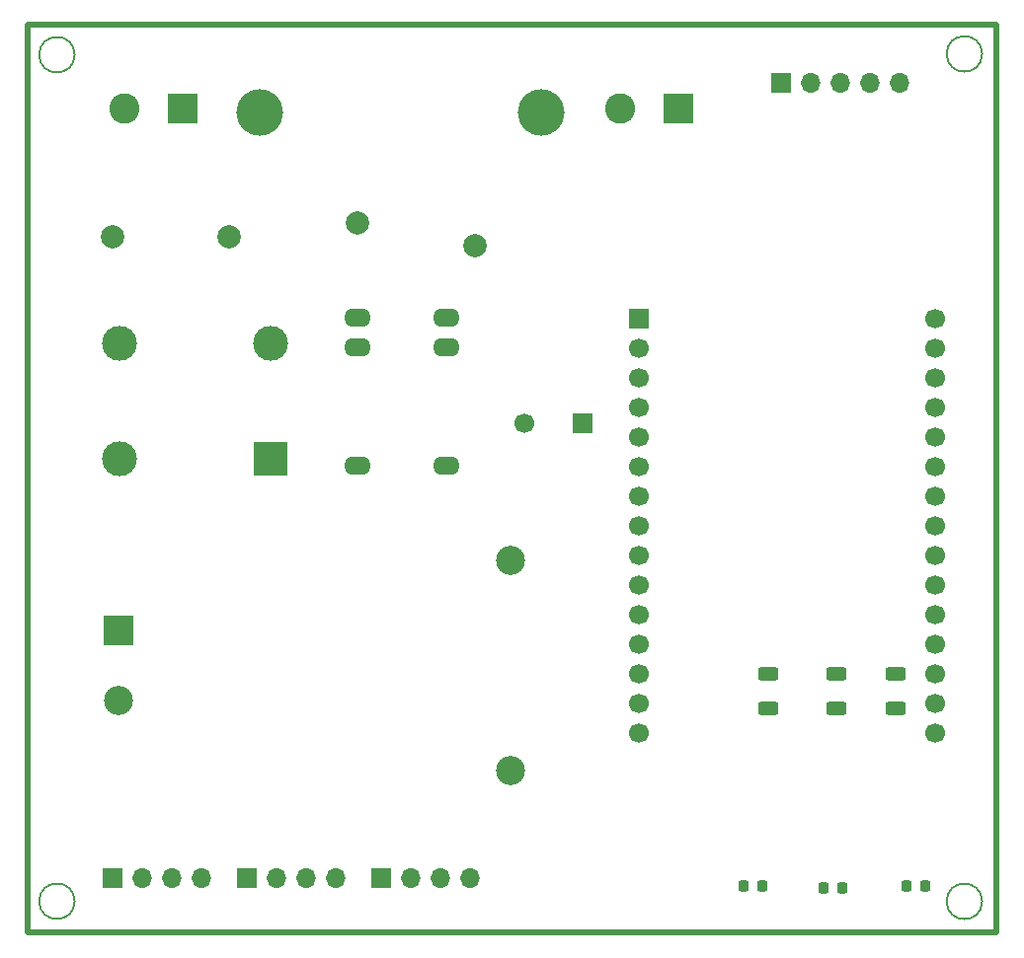
<source format=gts>
%TF.GenerationSoftware,KiCad,Pcbnew,7.0.2-6a45011f42~172~ubuntu22.10.1*%
%TF.CreationDate,2023-05-26T16:24:23+05:00*%
%TF.ProjectId,IOTV,494f5456-2e6b-4696-9361-645f70636258,rev?*%
%TF.SameCoordinates,Original*%
%TF.FileFunction,Soldermask,Top*%
%TF.FilePolarity,Negative*%
%FSLAX46Y46*%
G04 Gerber Fmt 4.6, Leading zero omitted, Abs format (unit mm)*
G04 Created by KiCad (PCBNEW 7.0.2-6a45011f42~172~ubuntu22.10.1) date 2023-05-26 16:24:23*
%MOMM*%
%LPD*%
G01*
G04 APERTURE LIST*
G04 Aperture macros list*
%AMRoundRect*
0 Rectangle with rounded corners*
0 $1 Rounding radius*
0 $2 $3 $4 $5 $6 $7 $8 $9 X,Y pos of 4 corners*
0 Add a 4 corners polygon primitive as box body*
4,1,4,$2,$3,$4,$5,$6,$7,$8,$9,$2,$3,0*
0 Add four circle primitives for the rounded corners*
1,1,$1+$1,$2,$3*
1,1,$1+$1,$4,$5*
1,1,$1+$1,$6,$7*
1,1,$1+$1,$8,$9*
0 Add four rect primitives between the rounded corners*
20,1,$1+$1,$2,$3,$4,$5,0*
20,1,$1+$1,$4,$5,$6,$7,0*
20,1,$1+$1,$6,$7,$8,$9,0*
20,1,$1+$1,$8,$9,$2,$3,0*%
G04 Aperture macros list end*
%ADD10C,2.000000*%
%ADD11RoundRect,0.218750X-0.218750X-0.256250X0.218750X-0.256250X0.218750X0.256250X-0.218750X0.256250X0*%
%ADD12R,1.700000X1.700000*%
%ADD13O,1.700000X1.700000*%
%ADD14RoundRect,0.250000X-0.625000X0.312500X-0.625000X-0.312500X0.625000X-0.312500X0.625000X0.312500X0*%
%ADD15C,4.000000*%
%ADD16R,2.500000X2.500000*%
%ADD17C,2.500000*%
%ADD18R,2.600000X2.600000*%
%ADD19C,2.600000*%
%ADD20C,1.700000*%
%ADD21O,2.300000X1.600000*%
%ADD22R,3.000000X3.000000*%
%ADD23C,3.000000*%
%TA.AperFunction,Profile*%
%ADD24C,0.150000*%
%TD*%
%TA.AperFunction,Profile*%
%ADD25C,0.500000*%
%TD*%
G04 APERTURE END LIST*
D10*
%TO.C,C1*%
X118944000Y-66454000D03*
X108944000Y-66454000D03*
%TD*%
D11*
%TO.C,D2*%
X163042500Y-122174000D03*
X164617500Y-122174000D03*
%TD*%
D12*
%TO.C,J3*%
X108894000Y-121454000D03*
D13*
X111434000Y-121454000D03*
X113974000Y-121454000D03*
X116514000Y-121454000D03*
%TD*%
D12*
%TO.C,J5*%
X131944000Y-121454000D03*
D13*
X134484000Y-121454000D03*
X137024000Y-121454000D03*
X139564000Y-121454000D03*
%TD*%
D14*
%TO.C,R3*%
X176022000Y-103947500D03*
X176022000Y-106872500D03*
%TD*%
D15*
%TO.C,F1*%
X121506000Y-55719000D03*
X145636000Y-55719000D03*
%TD*%
D16*
%TO.C,PS1*%
X109394000Y-100204000D03*
D17*
X109394000Y-106204000D03*
X142994000Y-94204000D03*
X142994000Y-112204000D03*
%TD*%
D11*
%TO.C,D1*%
X177012500Y-122174000D03*
X178587500Y-122174000D03*
%TD*%
D14*
%TO.C,R2*%
X165100000Y-103947500D03*
X165100000Y-106872500D03*
%TD*%
D18*
%TO.C,J1*%
X114944000Y-55399000D03*
D19*
X109944000Y-55399000D03*
%TD*%
D12*
%TO.C,J4*%
X120394000Y-121454000D03*
D13*
X122934000Y-121454000D03*
X125474000Y-121454000D03*
X128014000Y-121454000D03*
%TD*%
D12*
%TO.C,U1*%
X154000200Y-73482200D03*
D20*
X154000200Y-76022200D03*
X154000200Y-78562200D03*
X154000200Y-81102200D03*
X154000200Y-83642200D03*
X154000200Y-86182200D03*
X154000200Y-88722200D03*
X154000200Y-91262200D03*
X154000200Y-93802200D03*
X154000200Y-96342200D03*
X154000200Y-98882200D03*
X154000200Y-101422200D03*
X154000200Y-103962200D03*
X154000200Y-106502200D03*
X154000200Y-109042200D03*
X179400200Y-109042200D03*
X179400200Y-106502200D03*
X179400200Y-103962200D03*
X179400200Y-101422200D03*
X179400200Y-98882200D03*
X179400200Y-96342200D03*
X179400200Y-93802200D03*
X179400200Y-91262200D03*
X179400200Y-88722200D03*
X179400200Y-86182200D03*
X179400200Y-83642200D03*
X179400200Y-81102200D03*
X179400200Y-78562200D03*
X179400200Y-76022200D03*
X179400200Y-73482200D03*
%TD*%
D21*
%TO.C,K1*%
X137504000Y-86054000D03*
X137504000Y-75894000D03*
X137504000Y-73354000D03*
X129884000Y-73354000D03*
X129884000Y-75894000D03*
X129884000Y-86054000D03*
%TD*%
D14*
%TO.C,R1*%
X170942000Y-103947500D03*
X170942000Y-106872500D03*
%TD*%
D12*
%TO.C,C2*%
X149194000Y-82454000D03*
D20*
X144194000Y-82454000D03*
%TD*%
D22*
%TO.C,FL1*%
X122444000Y-85438750D03*
D23*
X122444000Y-75532750D03*
X109490000Y-75532750D03*
X109490000Y-85438750D03*
%TD*%
D18*
%TO.C,J2*%
X157444000Y-55399000D03*
D19*
X152444000Y-55399000D03*
%TD*%
D12*
%TO.C,J6*%
X166234000Y-53204000D03*
D13*
X168774000Y-53204000D03*
X171314000Y-53204000D03*
X173854000Y-53204000D03*
X176394000Y-53204000D03*
%TD*%
D10*
%TO.C,RVe1*%
X139944000Y-67179000D03*
X129944000Y-65229000D03*
%TD*%
D11*
%TO.C,D3*%
X169875000Y-122264000D03*
X171450000Y-122264000D03*
%TD*%
D24*
X105664000Y-123444000D02*
G75*
G03*
X105664000Y-123444000I-1524000J0D01*
G01*
D25*
X101600000Y-48260000D02*
X184694000Y-48260000D01*
X184694000Y-126104000D01*
X101600000Y-126104000D01*
X101600000Y-48260000D01*
D24*
X105664000Y-50800000D02*
G75*
G03*
X105664000Y-50800000I-1524000J0D01*
G01*
X183468000Y-123454000D02*
G75*
G03*
X183468000Y-123454000I-1524000J0D01*
G01*
X183468000Y-50728000D02*
G75*
G03*
X183468000Y-50728000I-1524000J0D01*
G01*
M02*

</source>
